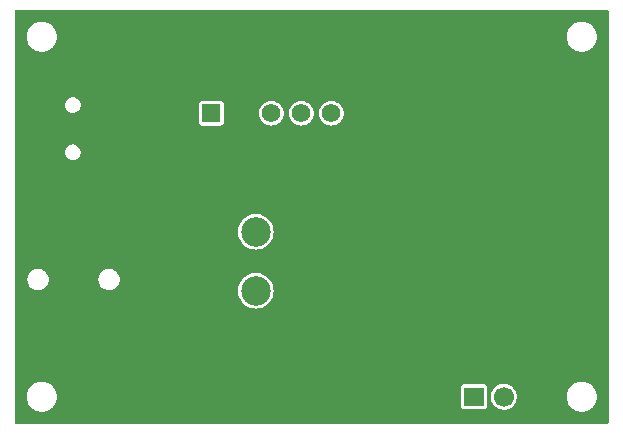
<source format=gbl>
G04 Layer: BottomLayer*
G04 EasyEDA v6.5.43, 2024-08-27 13:26:19*
G04 cb6e2e9fbd21486d88ae5690d2d3dc00,10*
G04 Gerber Generator version 0.2*
G04 Scale: 100 percent, Rotated: No, Reflected: No *
G04 Dimensions in millimeters *
G04 leading zeros omitted , absolute positions ,4 integer and 5 decimal *
%FSLAX45Y45*%
%MOMM*%

%ADD10C,1.5748*%
%ADD11R,1.5748X1.5748*%
%ADD12R,1.7000X1.5748*%
%ADD13C,1.7000*%
%ADD14C,2.5000*%
%ADD15C,1.6000*%
%ADD16C,0.0185*%

%LPD*%
G36*
X36068Y25908D02*
G01*
X32156Y26670D01*
X28905Y28905D01*
X26670Y32156D01*
X25908Y36068D01*
X25908Y3519932D01*
X26670Y3523843D01*
X28905Y3527094D01*
X32156Y3529329D01*
X36068Y3530092D01*
X5043932Y3530092D01*
X5047843Y3529329D01*
X5051094Y3527094D01*
X5053330Y3523843D01*
X5054092Y3519932D01*
X5054092Y36068D01*
X5053330Y32156D01*
X5051094Y28905D01*
X5047843Y26670D01*
X5043932Y25908D01*
G37*

%LPC*%
G36*
X4826000Y126492D02*
G01*
X4841392Y127457D01*
X4856530Y130200D01*
X4871212Y134772D01*
X4885232Y141122D01*
X4898440Y149098D01*
X4910531Y158597D01*
X4921402Y169468D01*
X4930902Y181559D01*
X4938877Y194767D01*
X4945227Y208788D01*
X4949799Y223469D01*
X4952542Y238607D01*
X4953508Y254000D01*
X4952542Y269392D01*
X4949799Y284530D01*
X4945227Y299212D01*
X4938877Y313232D01*
X4930902Y326440D01*
X4921402Y338531D01*
X4910531Y349402D01*
X4898440Y358902D01*
X4885232Y366877D01*
X4871212Y373227D01*
X4856530Y377799D01*
X4841392Y380542D01*
X4826000Y381508D01*
X4810607Y380542D01*
X4795469Y377799D01*
X4780788Y373227D01*
X4766767Y366877D01*
X4753559Y358902D01*
X4741468Y349402D01*
X4730597Y338531D01*
X4721098Y326440D01*
X4713122Y313232D01*
X4706772Y299212D01*
X4702200Y284530D01*
X4699457Y269392D01*
X4698492Y254000D01*
X4699457Y238607D01*
X4702200Y223469D01*
X4706772Y208788D01*
X4713122Y194767D01*
X4721098Y181559D01*
X4730597Y169468D01*
X4741468Y158597D01*
X4753559Y149098D01*
X4766767Y141122D01*
X4780788Y134772D01*
X4795469Y130200D01*
X4810607Y127457D01*
G37*
G36*
X254000Y126492D02*
G01*
X269392Y127457D01*
X284530Y130200D01*
X299212Y134772D01*
X313232Y141122D01*
X326440Y149098D01*
X338531Y158597D01*
X349402Y169468D01*
X358902Y181559D01*
X366877Y194767D01*
X373227Y208788D01*
X377799Y223469D01*
X380542Y238607D01*
X381508Y254000D01*
X380542Y269392D01*
X377799Y284530D01*
X373227Y299212D01*
X366877Y313232D01*
X358902Y326440D01*
X349402Y338531D01*
X338531Y349402D01*
X326440Y358902D01*
X313232Y366877D01*
X299212Y373227D01*
X284530Y377799D01*
X269392Y380542D01*
X254000Y381508D01*
X238607Y380542D01*
X223469Y377799D01*
X208788Y373227D01*
X194767Y366877D01*
X181559Y358902D01*
X169468Y349402D01*
X158597Y338531D01*
X149098Y326440D01*
X141122Y313232D01*
X134772Y299212D01*
X130200Y284530D01*
X127457Y269392D01*
X126492Y254000D01*
X127457Y238607D01*
X130200Y223469D01*
X134772Y208788D01*
X141122Y194767D01*
X149098Y181559D01*
X158597Y169468D01*
X169468Y158597D01*
X181559Y149098D01*
X194767Y141122D01*
X208788Y134772D01*
X223469Y130200D01*
X238607Y127457D01*
G37*
G36*
X4169156Y143154D02*
G01*
X4183278Y144526D01*
X4197146Y147675D01*
X4210507Y152603D01*
X4223105Y159156D01*
X4234738Y167284D01*
X4245254Y176834D01*
X4254449Y187655D01*
X4262221Y199593D01*
X4268368Y212394D01*
X4272838Y225856D01*
X4275582Y239826D01*
X4276496Y254000D01*
X4275582Y268173D01*
X4272838Y282143D01*
X4268368Y295605D01*
X4262221Y308406D01*
X4254449Y320344D01*
X4245254Y331165D01*
X4234738Y340715D01*
X4223105Y348843D01*
X4210507Y355396D01*
X4197146Y360324D01*
X4183278Y363474D01*
X4169156Y364845D01*
X4154932Y364388D01*
X4140911Y362102D01*
X4127296Y358038D01*
X4114292Y352298D01*
X4102150Y344932D01*
X4091025Y336092D01*
X4081170Y325882D01*
X4072686Y314502D01*
X4065676Y302107D01*
X4060342Y288950D01*
X4056735Y275183D01*
X4054957Y261112D01*
X4054957Y246888D01*
X4056735Y232816D01*
X4060342Y219049D01*
X4065676Y205892D01*
X4072686Y193497D01*
X4081170Y182118D01*
X4091025Y171907D01*
X4102150Y163068D01*
X4114292Y155702D01*
X4127296Y149910D01*
X4140911Y145897D01*
X4154932Y143611D01*
G37*
G36*
X3827170Y149352D02*
G01*
X3996029Y149352D01*
X4002328Y150063D01*
X4007815Y151993D01*
X4012692Y155041D01*
X4016806Y159156D01*
X4019905Y164033D01*
X4021785Y169519D01*
X4022496Y175818D01*
X4022496Y332181D01*
X4021785Y338480D01*
X4019905Y343966D01*
X4016806Y348843D01*
X4012692Y352958D01*
X4007815Y356006D01*
X4002328Y357936D01*
X3996029Y358648D01*
X3827170Y358648D01*
X3820871Y357936D01*
X3815384Y356006D01*
X3810508Y352958D01*
X3806393Y348843D01*
X3803294Y343966D01*
X3801414Y338480D01*
X3800703Y332181D01*
X3800703Y175818D01*
X3801414Y169519D01*
X3803294Y164033D01*
X3806393Y159156D01*
X3810508Y155041D01*
X3815384Y151993D01*
X3820871Y150063D01*
G37*
G36*
X2065528Y1000252D02*
G01*
X2082444Y1001166D01*
X2099106Y1004011D01*
X2115362Y1008684D01*
X2131009Y1015187D01*
X2145792Y1023366D01*
X2159609Y1033170D01*
X2172208Y1044448D01*
X2183485Y1057046D01*
X2193290Y1070864D01*
X2201468Y1085646D01*
X2207971Y1101293D01*
X2212644Y1117549D01*
X2215489Y1134211D01*
X2216404Y1151128D01*
X2215489Y1168044D01*
X2212644Y1184706D01*
X2207971Y1200962D01*
X2201468Y1216609D01*
X2193290Y1231392D01*
X2183485Y1245209D01*
X2172208Y1257808D01*
X2159609Y1269085D01*
X2145792Y1278890D01*
X2131009Y1287068D01*
X2115362Y1293571D01*
X2099106Y1298244D01*
X2082444Y1301089D01*
X2065528Y1302004D01*
X2048611Y1301089D01*
X2031949Y1298244D01*
X2015693Y1293571D01*
X2000046Y1287068D01*
X1985264Y1278890D01*
X1971446Y1269085D01*
X1958848Y1257808D01*
X1947570Y1245209D01*
X1937766Y1231392D01*
X1929587Y1216609D01*
X1923084Y1200962D01*
X1918411Y1184706D01*
X1915566Y1168044D01*
X1914652Y1151128D01*
X1915566Y1134211D01*
X1918411Y1117549D01*
X1923084Y1101293D01*
X1929587Y1085646D01*
X1937766Y1070864D01*
X1947570Y1057046D01*
X1958848Y1044448D01*
X1971446Y1033170D01*
X1985264Y1023366D01*
X2000046Y1015187D01*
X2015693Y1008684D01*
X2031949Y1004011D01*
X2048611Y1001166D01*
G37*
G36*
X827074Y1156309D02*
G01*
X839673Y1157630D01*
X851966Y1160678D01*
X863752Y1165453D01*
X874725Y1171803D01*
X884732Y1179576D01*
X893521Y1188720D01*
X900988Y1198981D01*
X906932Y1210157D01*
X911250Y1222095D01*
X913892Y1234490D01*
X914806Y1247140D01*
X913892Y1259789D01*
X911250Y1272184D01*
X906932Y1284122D01*
X900988Y1295298D01*
X893521Y1305560D01*
X884732Y1314704D01*
X874725Y1322476D01*
X863752Y1328826D01*
X851966Y1333550D01*
X839673Y1336649D01*
X827074Y1337970D01*
X814374Y1337513D01*
X801928Y1335328D01*
X789838Y1331417D01*
X778459Y1325829D01*
X767943Y1318768D01*
X758545Y1310284D01*
X750366Y1300581D01*
X743661Y1289812D01*
X738479Y1278229D01*
X735025Y1266037D01*
X733247Y1253490D01*
X733247Y1240790D01*
X735025Y1228242D01*
X738479Y1216050D01*
X743661Y1204468D01*
X750366Y1193698D01*
X758545Y1183995D01*
X767943Y1175512D01*
X778459Y1168450D01*
X789838Y1162862D01*
X801928Y1158951D01*
X814374Y1156766D01*
G37*
G36*
X225044Y1156309D02*
G01*
X237693Y1157630D01*
X249986Y1160678D01*
X261721Y1165453D01*
X272694Y1171803D01*
X282702Y1179576D01*
X291541Y1188720D01*
X298958Y1198981D01*
X304901Y1210157D01*
X309270Y1222095D01*
X311912Y1234490D01*
X312775Y1247140D01*
X311912Y1259789D01*
X309270Y1272184D01*
X304901Y1284122D01*
X298958Y1295298D01*
X291541Y1305560D01*
X282702Y1314704D01*
X272694Y1322476D01*
X261721Y1328826D01*
X249986Y1333550D01*
X237693Y1336649D01*
X225044Y1337970D01*
X212394Y1337513D01*
X199898Y1335328D01*
X187858Y1331417D01*
X176428Y1325829D01*
X165963Y1318768D01*
X156514Y1310284D01*
X148386Y1300581D01*
X141630Y1289812D01*
X136499Y1278229D01*
X132994Y1266037D01*
X131216Y1253490D01*
X131216Y1240790D01*
X132994Y1228242D01*
X136499Y1216050D01*
X141630Y1204468D01*
X148386Y1193698D01*
X156514Y1183995D01*
X165963Y1175512D01*
X176428Y1168450D01*
X187858Y1162862D01*
X199898Y1158951D01*
X212394Y1156766D01*
G37*
G36*
X2065528Y1500124D02*
G01*
X2082444Y1501038D01*
X2099106Y1503883D01*
X2115362Y1508556D01*
X2131009Y1515059D01*
X2145792Y1523238D01*
X2159609Y1533042D01*
X2172208Y1544320D01*
X2183485Y1556918D01*
X2193290Y1570736D01*
X2201468Y1585518D01*
X2207971Y1601165D01*
X2212644Y1617421D01*
X2215489Y1634083D01*
X2216404Y1651000D01*
X2215489Y1667916D01*
X2212644Y1684578D01*
X2207971Y1700834D01*
X2201468Y1716481D01*
X2193290Y1731264D01*
X2183485Y1745081D01*
X2172208Y1757680D01*
X2159609Y1768957D01*
X2145792Y1778762D01*
X2131009Y1786940D01*
X2115362Y1793443D01*
X2099106Y1798116D01*
X2082444Y1800961D01*
X2065528Y1801875D01*
X2048611Y1800961D01*
X2031949Y1798116D01*
X2015693Y1793443D01*
X2000046Y1786940D01*
X1985264Y1778762D01*
X1971446Y1768957D01*
X1958848Y1757680D01*
X1947570Y1745081D01*
X1937766Y1731264D01*
X1929587Y1716481D01*
X1923084Y1700834D01*
X1918411Y1684578D01*
X1915566Y1667916D01*
X1914652Y1651000D01*
X1915566Y1634083D01*
X1918411Y1617421D01*
X1923084Y1601165D01*
X1929587Y1585518D01*
X1937766Y1570736D01*
X1947570Y1556918D01*
X1958848Y1544320D01*
X1971446Y1533042D01*
X1985264Y1523238D01*
X2000046Y1515059D01*
X2015693Y1508556D01*
X2031949Y1503883D01*
X2048611Y1501038D01*
G37*
G36*
X515569Y2258415D02*
G01*
X526186Y2258822D01*
X536549Y2260955D01*
X546455Y2264714D01*
X555650Y2269998D01*
X563880Y2276703D01*
X570890Y2284628D01*
X576580Y2293620D01*
X580745Y2303373D01*
X583234Y2313635D01*
X584098Y2324201D01*
X583234Y2334818D01*
X580745Y2345080D01*
X576580Y2354834D01*
X570890Y2363825D01*
X563880Y2371750D01*
X555650Y2378456D01*
X546455Y2383739D01*
X536549Y2387498D01*
X526186Y2389632D01*
X515569Y2390038D01*
X505053Y2388768D01*
X494893Y2385822D01*
X485292Y2381300D01*
X476554Y2375255D01*
X468934Y2367889D01*
X462584Y2359456D01*
X457657Y2350058D01*
X454253Y2340000D01*
X452577Y2329535D01*
X452577Y2318918D01*
X454253Y2308453D01*
X457657Y2298395D01*
X462584Y2288997D01*
X468934Y2280564D01*
X476554Y2273198D01*
X485292Y2267153D01*
X494893Y2262632D01*
X505053Y2259685D01*
G37*
G36*
X2451100Y2549652D02*
G01*
X2464765Y2550566D01*
X2478176Y2553258D01*
X2491130Y2557627D01*
X2503424Y2563672D01*
X2514803Y2571292D01*
X2525064Y2580335D01*
X2534107Y2590596D01*
X2541727Y2601976D01*
X2547772Y2614269D01*
X2552141Y2627223D01*
X2554833Y2640634D01*
X2555748Y2654300D01*
X2554833Y2667965D01*
X2552141Y2681376D01*
X2547772Y2694330D01*
X2541727Y2706624D01*
X2534107Y2718003D01*
X2525064Y2728264D01*
X2514803Y2737307D01*
X2503424Y2744927D01*
X2491130Y2750972D01*
X2478176Y2755341D01*
X2464765Y2758033D01*
X2451100Y2758948D01*
X2437434Y2758033D01*
X2424023Y2755341D01*
X2411069Y2750972D01*
X2398776Y2744927D01*
X2387396Y2737307D01*
X2377135Y2728264D01*
X2368092Y2718003D01*
X2360472Y2706624D01*
X2354427Y2694330D01*
X2350058Y2681376D01*
X2347366Y2667965D01*
X2346452Y2654300D01*
X2347366Y2640634D01*
X2350058Y2627223D01*
X2354427Y2614269D01*
X2360472Y2601976D01*
X2368092Y2590596D01*
X2377135Y2580335D01*
X2387396Y2571292D01*
X2398776Y2563672D01*
X2411069Y2557627D01*
X2424023Y2553258D01*
X2437434Y2550566D01*
G37*
G36*
X2197100Y2549652D02*
G01*
X2210765Y2550566D01*
X2224176Y2553258D01*
X2237130Y2557627D01*
X2249424Y2563672D01*
X2260803Y2571292D01*
X2271064Y2580335D01*
X2280107Y2590596D01*
X2287727Y2601976D01*
X2293772Y2614269D01*
X2298141Y2627223D01*
X2300833Y2640634D01*
X2301748Y2654300D01*
X2300833Y2667965D01*
X2298141Y2681376D01*
X2293772Y2694330D01*
X2287727Y2706624D01*
X2280107Y2718003D01*
X2271064Y2728264D01*
X2260803Y2737307D01*
X2249424Y2744927D01*
X2237130Y2750972D01*
X2224176Y2755341D01*
X2210765Y2758033D01*
X2197100Y2758948D01*
X2183434Y2758033D01*
X2170023Y2755341D01*
X2157069Y2750972D01*
X2144776Y2744927D01*
X2133396Y2737307D01*
X2123135Y2728264D01*
X2114092Y2718003D01*
X2106472Y2706624D01*
X2100427Y2694330D01*
X2096058Y2681376D01*
X2093366Y2667965D01*
X2092452Y2654300D01*
X2093366Y2640634D01*
X2096058Y2627223D01*
X2100427Y2614269D01*
X2106472Y2601976D01*
X2114092Y2590596D01*
X2123135Y2580335D01*
X2133396Y2571292D01*
X2144776Y2563672D01*
X2157069Y2557627D01*
X2170023Y2553258D01*
X2183434Y2550566D01*
G37*
G36*
X2705100Y2549652D02*
G01*
X2718765Y2550566D01*
X2732176Y2553258D01*
X2745130Y2557627D01*
X2757424Y2563672D01*
X2768803Y2571292D01*
X2779064Y2580335D01*
X2788107Y2590596D01*
X2795727Y2601976D01*
X2801772Y2614269D01*
X2806141Y2627223D01*
X2808833Y2640634D01*
X2809748Y2654300D01*
X2808833Y2667965D01*
X2806141Y2681376D01*
X2801772Y2694330D01*
X2795727Y2706624D01*
X2788107Y2718003D01*
X2779064Y2728264D01*
X2768803Y2737307D01*
X2757424Y2744927D01*
X2745130Y2750972D01*
X2732176Y2755341D01*
X2718765Y2758033D01*
X2705100Y2758948D01*
X2691434Y2758033D01*
X2678023Y2755341D01*
X2665069Y2750972D01*
X2652776Y2744927D01*
X2641396Y2737307D01*
X2631135Y2728264D01*
X2622092Y2718003D01*
X2614472Y2706624D01*
X2608427Y2694330D01*
X2604058Y2681376D01*
X2601366Y2667965D01*
X2600452Y2654300D01*
X2601366Y2640634D01*
X2604058Y2627223D01*
X2608427Y2614269D01*
X2614472Y2601976D01*
X2622092Y2590596D01*
X2631135Y2580335D01*
X2641396Y2571292D01*
X2652776Y2563672D01*
X2665069Y2557627D01*
X2678023Y2553258D01*
X2691434Y2550566D01*
G37*
G36*
X1610918Y2549652D02*
G01*
X1767281Y2549652D01*
X1773580Y2550363D01*
X1779066Y2552293D01*
X1783943Y2555341D01*
X1788058Y2559456D01*
X1791106Y2564333D01*
X1793036Y2569819D01*
X1793748Y2576118D01*
X1793748Y2732481D01*
X1793036Y2738780D01*
X1791106Y2744266D01*
X1788058Y2749143D01*
X1783943Y2753258D01*
X1779066Y2756306D01*
X1773580Y2758236D01*
X1767281Y2758948D01*
X1610918Y2758948D01*
X1604619Y2758236D01*
X1599133Y2756306D01*
X1594256Y2753258D01*
X1590141Y2749143D01*
X1587093Y2744266D01*
X1585163Y2738780D01*
X1584452Y2732481D01*
X1584452Y2576118D01*
X1585163Y2569819D01*
X1587093Y2564333D01*
X1590141Y2559456D01*
X1594256Y2555341D01*
X1599133Y2552293D01*
X1604619Y2550363D01*
G37*
G36*
X515569Y2658414D02*
G01*
X526186Y2658821D01*
X536549Y2660954D01*
X546455Y2664714D01*
X555650Y2669997D01*
X563880Y2676702D01*
X570890Y2684627D01*
X576580Y2693619D01*
X580745Y2703372D01*
X583234Y2713634D01*
X584098Y2724200D01*
X583234Y2734818D01*
X580745Y2745079D01*
X576580Y2754833D01*
X570890Y2763824D01*
X563880Y2771749D01*
X555650Y2778455D01*
X546455Y2783738D01*
X536549Y2787497D01*
X526186Y2789631D01*
X515569Y2790037D01*
X505053Y2788767D01*
X494893Y2785821D01*
X485292Y2781300D01*
X476554Y2775254D01*
X468934Y2767888D01*
X462584Y2759456D01*
X457657Y2750058D01*
X454253Y2739999D01*
X452577Y2729534D01*
X452577Y2718917D01*
X454253Y2708452D01*
X457657Y2698394D01*
X462584Y2688996D01*
X468934Y2680563D01*
X476554Y2673197D01*
X485292Y2667152D01*
X494893Y2662631D01*
X505053Y2659684D01*
G37*
G36*
X4826000Y3174492D02*
G01*
X4841392Y3175457D01*
X4856530Y3178200D01*
X4871212Y3182772D01*
X4885232Y3189122D01*
X4898440Y3197098D01*
X4910531Y3206597D01*
X4921402Y3217468D01*
X4930902Y3229559D01*
X4938877Y3242767D01*
X4945227Y3256788D01*
X4949799Y3271469D01*
X4952542Y3286607D01*
X4953508Y3302000D01*
X4952542Y3317392D01*
X4949799Y3332530D01*
X4945227Y3347212D01*
X4938877Y3361232D01*
X4930902Y3374440D01*
X4921402Y3386531D01*
X4910531Y3397402D01*
X4898440Y3406901D01*
X4885232Y3414877D01*
X4871212Y3421227D01*
X4856530Y3425799D01*
X4841392Y3428542D01*
X4826000Y3429508D01*
X4810607Y3428542D01*
X4795469Y3425799D01*
X4780788Y3421227D01*
X4766767Y3414877D01*
X4753559Y3406901D01*
X4741468Y3397402D01*
X4730597Y3386531D01*
X4721098Y3374440D01*
X4713122Y3361232D01*
X4706772Y3347212D01*
X4702200Y3332530D01*
X4699457Y3317392D01*
X4698492Y3302000D01*
X4699457Y3286607D01*
X4702200Y3271469D01*
X4706772Y3256788D01*
X4713122Y3242767D01*
X4721098Y3229559D01*
X4730597Y3217468D01*
X4741468Y3206597D01*
X4753559Y3197098D01*
X4766767Y3189122D01*
X4780788Y3182772D01*
X4795469Y3178200D01*
X4810607Y3175457D01*
G37*
G36*
X254000Y3174492D02*
G01*
X269392Y3175457D01*
X284530Y3178200D01*
X299212Y3182772D01*
X313232Y3189122D01*
X326440Y3197098D01*
X338531Y3206597D01*
X349402Y3217468D01*
X358902Y3229559D01*
X366877Y3242767D01*
X373227Y3256788D01*
X377799Y3271469D01*
X380542Y3286607D01*
X381508Y3302000D01*
X380542Y3317392D01*
X377799Y3332530D01*
X373227Y3347212D01*
X366877Y3361232D01*
X358902Y3374440D01*
X349402Y3386531D01*
X338531Y3397402D01*
X326440Y3406901D01*
X313232Y3414877D01*
X299212Y3421227D01*
X284530Y3425799D01*
X269392Y3428542D01*
X254000Y3429508D01*
X238607Y3428542D01*
X223469Y3425799D01*
X208788Y3421227D01*
X194767Y3414877D01*
X181559Y3406901D01*
X169468Y3397402D01*
X158597Y3386531D01*
X149098Y3374440D01*
X141122Y3361232D01*
X134772Y3347212D01*
X130200Y3332530D01*
X127457Y3317392D01*
X126492Y3302000D01*
X127457Y3286607D01*
X130200Y3271469D01*
X134772Y3256788D01*
X141122Y3242767D01*
X149098Y3229559D01*
X158597Y3217468D01*
X169468Y3206597D01*
X181559Y3197098D01*
X194767Y3189122D01*
X208788Y3182772D01*
X223469Y3178200D01*
X238607Y3175457D01*
G37*

%LPD*%
D10*
G01*
X2705100Y2654300D03*
G01*
X2451100Y2654300D03*
G01*
X2197100Y2654300D03*
G01*
X1943100Y2654300D03*
D11*
G01*
X1689100Y2654300D03*
D12*
G01*
X3911600Y254000D03*
D13*
G01*
X4165600Y254000D03*
D14*
G01*
X2065527Y1651000D03*
G01*
X2065527Y1151128D03*
G01*
X2065527Y2151126D03*
D15*
G01*
X4470400Y787400D03*
G01*
X4457700Y2171700D03*
G01*
X1054100Y342900D03*
M02*

</source>
